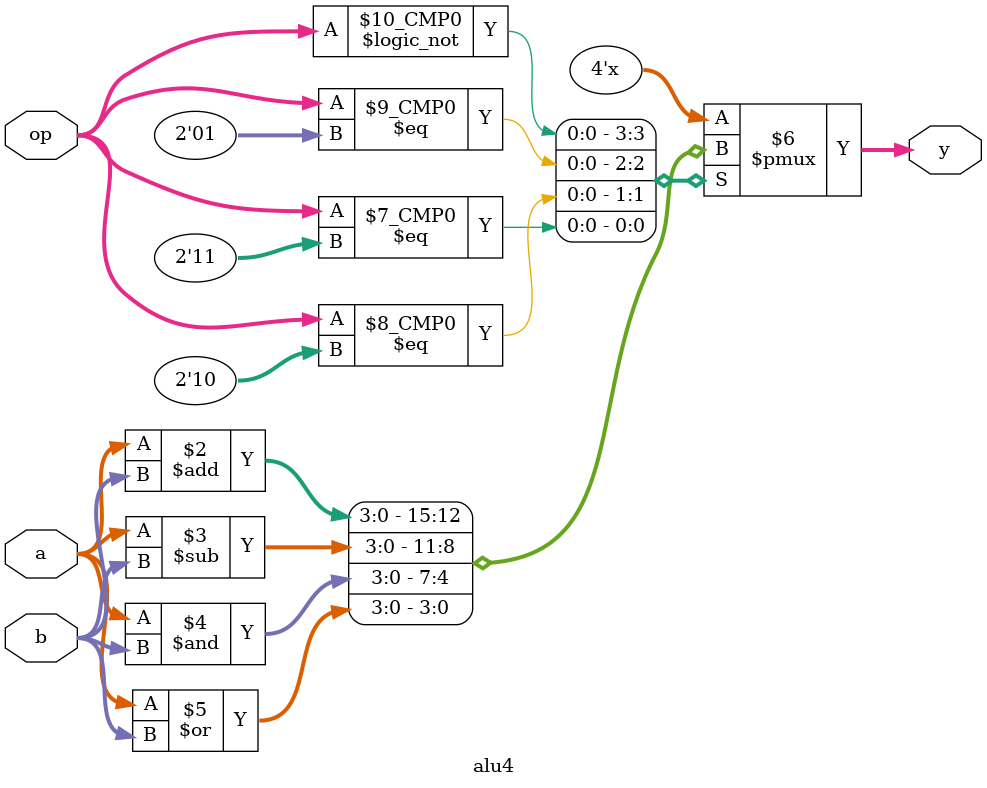
<source format=v>
/*Diseña un mini procesador simple con módulos integrados:
 Unidad Aritmético Lógica (ALU) de 4 bits (sumar, restar, AND, OR).
 Banco de registros con 4 registros de 4 bits.
 Unidad de control que tome instrucciones simples codificadas (ej. 2 bits opcode + registros).
 Ciclo básico de fetch-decode-execute simulado.
 Proporciona un banco de pruebas que simule una secuencia simple de instrucciones (ejemplo: cargar
 datos, operar y almacenar)*/
 module ejercicio7(input wire clk, input wire reset
);
    // -----------------------------
    // Definición de la memoria de instrucciones (4 bits por instrucción)
    // Formato: [7:6]=opcode, [5:4]=reg_dest, [3:2]=reg_src1, [1:0]=reg_src2
    // -----------------------------
    reg [7:0] instr_mem [0:7]; 
    reg [2:0] pc;               // Program counter
    reg [7:0] instr;            // instrucción actual

    // -----------------------------
    // Banco de registros (4 registros de 4 bits)
    // -----------------------------
    reg [3:0] regs [0:3];

    // -----------------------------
    // Señales de control
    // -----------------------------
    reg [1:0] opcode;
    reg [1:0] rd, rs1, rs2;
    wire [3:0] alu_result;

    // -----------------------------
    // ALU
    // opcode:
    // 00 = SUMA
    // 01 = RESTA
    // 10 = AND
    // 11 = OR
    // -----------------------------
    alu4 alu_unit(
        .a(regs[rs1]),
        .b(regs[rs2]),
        .op(opcode),
        .y(alu_result)
    );

    // -----------------------------
    // Ciclo Fetch-Decode-Execute
    // -----------------------------
    always @(posedge clk or posedge reset) begin
        if (reset) begin
            pc <= 0;
            regs[0] <= 0; regs[1] <= 0; regs[2] <= 0; regs[3] <= 0;
        end else begin
            // Fetch
            instr <= instr_mem[pc];

            // Decode
            opcode <= instr[7:6];
            rd     <= instr[5:4];
            rs1    <= instr[3:2];
            rs2    <= instr[1:0];

            // Execute
            regs[rd] <= alu_result;

            // Incrementa PC
            pc <= pc + 1;
        end
    end

    // -----------------------------
    // Inicialización de instrucciones
    // -----------------------------
    initial begin
        // Formato: {opcode, rd, rs1, rs2}
        // Cargar en registros iniciales (para simular "carga de datos")
        regs[0] = 4'd3;  // R0 = 3
        regs[1] = 4'd5;  // R1 = 5
        regs[2] = 4'd7;  // R2 = 7
        regs[3] = 4'd0;  // R3 = 0

        // Instrucciones:
        // R3 = R0 + R1
        instr_mem[0] = {2'b00, 2'b11, 2'b00, 2'b01};  
        // R3 = R3 - R2
        instr_mem[1] = {2'b01, 2'b11, 2'b11, 2'b10};  
        // R0 = R1 AND R2
        instr_mem[2] = {2'b10, 2'b00, 2'b01, 2'b10};  
        // R1 = R0 OR R3
        instr_mem[3] = {2'b11, 2'b01, 2'b00, 2'b11};  
        // Fin de programa (relleno)
        instr_mem[4] = 8'b0;
        instr_mem[5] = 8'b0;
        instr_mem[6] = 8'b0;
        instr_mem[7] = 8'b0;
    end
endmodule

// ========================================
// Módulo ALU 4 bits
// ========================================
module alu4(
    input [3:0] a,
    input [3:0] b,
    input [1:0] op,
    output reg [3:0] y
);
    always @(*) begin
        case(op)
            2'b00: y = a + b;   // SUMA
            2'b01: y = a - b;   // RESTA
            2'b10: y = a & b;   // AND
            2'b11: y = a | b;   // OR
            default: y = 4'b0000;
        endcase
    end
endmodule
</source>
